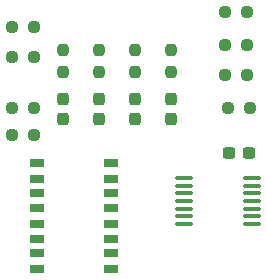
<source format=gtp>
G04 #@! TF.GenerationSoftware,KiCad,Pcbnew,(6.0.0)*
G04 #@! TF.CreationDate,2022-03-05T18:23:28-06:00*
G04 #@! TF.ProjectId,4 Channel Screw term,34204368-616e-46e6-956c-205363726577,rev?*
G04 #@! TF.SameCoordinates,Original*
G04 #@! TF.FileFunction,Paste,Top*
G04 #@! TF.FilePolarity,Positive*
%FSLAX46Y46*%
G04 Gerber Fmt 4.6, Leading zero omitted, Abs format (unit mm)*
G04 Created by KiCad (PCBNEW (6.0.0)) date 2022-03-05 18:23:28*
%MOMM*%
%LPD*%
G01*
G04 APERTURE LIST*
G04 Aperture macros list*
%AMRoundRect*
0 Rectangle with rounded corners*
0 $1 Rounding radius*
0 $2 $3 $4 $5 $6 $7 $8 $9 X,Y pos of 4 corners*
0 Add a 4 corners polygon primitive as box body*
4,1,4,$2,$3,$4,$5,$6,$7,$8,$9,$2,$3,0*
0 Add four circle primitives for the rounded corners*
1,1,$1+$1,$2,$3*
1,1,$1+$1,$4,$5*
1,1,$1+$1,$6,$7*
1,1,$1+$1,$8,$9*
0 Add four rect primitives between the rounded corners*
20,1,$1+$1,$2,$3,$4,$5,0*
20,1,$1+$1,$4,$5,$6,$7,0*
20,1,$1+$1,$6,$7,$8,$9,0*
20,1,$1+$1,$8,$9,$2,$3,0*%
G04 Aperture macros list end*
%ADD10RoundRect,0.237500X0.250000X0.237500X-0.250000X0.237500X-0.250000X-0.237500X0.250000X-0.237500X0*%
%ADD11R,1.300000X0.800000*%
%ADD12RoundRect,0.100000X-0.637500X-0.100000X0.637500X-0.100000X0.637500X0.100000X-0.637500X0.100000X0*%
%ADD13RoundRect,0.237500X-0.237500X0.250000X-0.237500X-0.250000X0.237500X-0.250000X0.237500X0.250000X0*%
%ADD14RoundRect,0.237500X-0.237500X0.300000X-0.237500X-0.300000X0.237500X-0.300000X0.237500X0.300000X0*%
%ADD15RoundRect,0.237500X-0.300000X-0.237500X0.300000X-0.237500X0.300000X0.237500X-0.300000X0.237500X0*%
G04 APERTURE END LIST*
D10*
X182014500Y-76708000D03*
X180189500Y-76708000D03*
D11*
X163982000Y-81402000D03*
X163982000Y-82682000D03*
X163982000Y-83942000D03*
X163982000Y-85212000D03*
X163982000Y-86492000D03*
X163982000Y-87762000D03*
X163982000Y-89022000D03*
X163982000Y-90302000D03*
X170282000Y-90302000D03*
X170282000Y-89022000D03*
X170282000Y-87762000D03*
X170282000Y-86492000D03*
X170282000Y-85212000D03*
X170282000Y-83942000D03*
X170282000Y-82682000D03*
X170282000Y-81402000D03*
D10*
X181760500Y-68580000D03*
X179935500Y-68580000D03*
X163726500Y-76708000D03*
X161901500Y-76708000D03*
X163726500Y-78994000D03*
X161901500Y-78994000D03*
X181760500Y-71374000D03*
X179935500Y-71374000D03*
D12*
X176461500Y-82632000D03*
X176461500Y-83282000D03*
X176461500Y-83932000D03*
X176461500Y-84582000D03*
X176461500Y-85232000D03*
X176461500Y-85882000D03*
X176461500Y-86532000D03*
X182186500Y-86532000D03*
X182186500Y-85882000D03*
X182186500Y-85232000D03*
X182186500Y-84582000D03*
X182186500Y-83932000D03*
X182186500Y-83282000D03*
X182186500Y-82632000D03*
D13*
X175387000Y-71832000D03*
X175387000Y-73657000D03*
D10*
X181760500Y-73914000D03*
X179935500Y-73914000D03*
D14*
X166243000Y-75946000D03*
X166243000Y-77671000D03*
D10*
X163726500Y-69850000D03*
X161901500Y-69850000D03*
D14*
X172339000Y-75946000D03*
X172339000Y-77671000D03*
X175387000Y-75946000D03*
X175387000Y-77671000D03*
D15*
X180239500Y-80518000D03*
X181964500Y-80518000D03*
D13*
X172339000Y-71832000D03*
X172339000Y-73657000D03*
X166243000Y-71832000D03*
X166243000Y-73657000D03*
D14*
X169291000Y-75946000D03*
X169291000Y-77671000D03*
D10*
X163726500Y-72390000D03*
X161901500Y-72390000D03*
D13*
X169291000Y-71832000D03*
X169291000Y-73657000D03*
M02*

</source>
